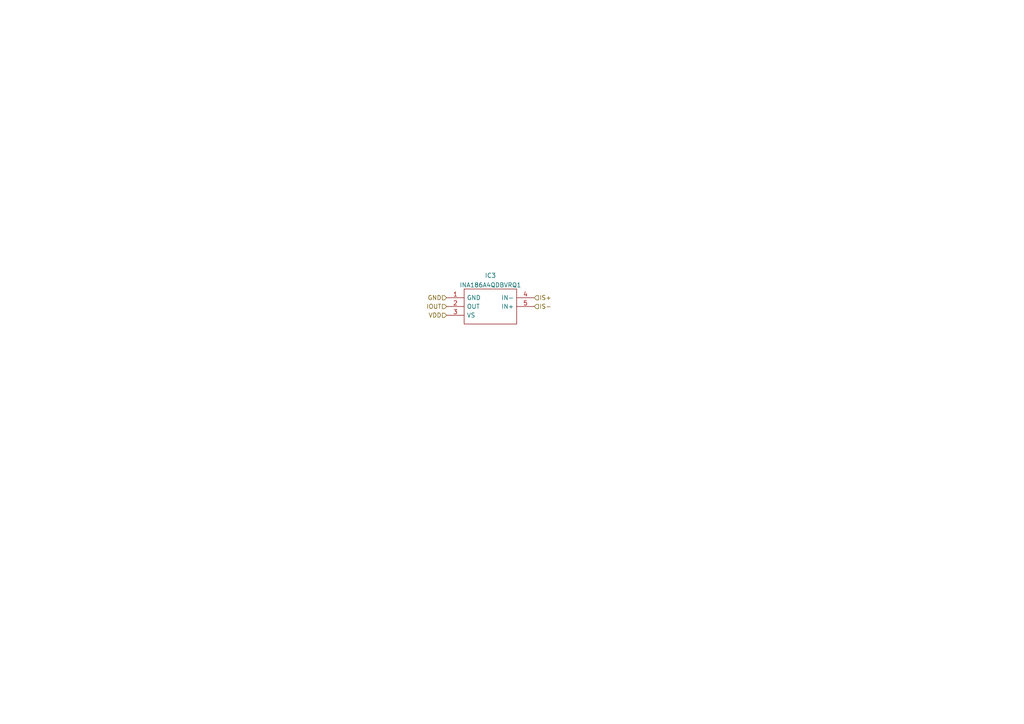
<source format=kicad_sch>
(kicad_sch (version 20211123) (generator eeschema)
  (paper "A4")
  (lib_symbols
    (symbol "SamacSys_Parts:INA186A4QDBVRQ1" (pin_names (offset 0.762))
      (property "Reference" "IC" (at 21.59 7.62 0))
      (property "Value" "INA186A4QDBVRQ1" (at 21.59 5.08 0))
      (symbol "INA186A4QDBVRQ1_0_0"
        (pin passive line (at 0 0 0) (length 5.08) (name "GND") (number "1"))
        (pin passive line (at 0 -2.54 0) (length 5.08) (name "OUT") (number "2"))
        (pin passive line (at 0 -5.08 0) (length 5.08) (name "VS") (number "3"))
        (pin passive line (at 25.4 0 180) (length 5.08) (name "IN-") (number "4"))
        (pin passive line (at 25.4 -2.54 180) (length 5.08) (name "IN+") (number "5"))
      )
      (symbol "INA186A4QDBVRQ1_0_1"
        (polyline (pts (xy 5.08 2.54) (xy 20.32 2.54) (xy 20.32 -7.62) (xy 5.08 -7.62) (xy 5.08 2.54)) (stroke (width 0.1524)))
      )
    )
  )
  (hierarchical_label "IS+" (shape input) (at 154.94 86.36 0))
  (hierarchical_label "IS-" (shape input) (at 154.94 88.9 0))
  (hierarchical_label "IOUT" (shape input) (at 129.54 88.9 180))
  (hierarchical_label "VDD" (shape input) (at 129.54 91.44 180))
  (hierarchical_label "GND" (shape input) (at 129.54 86.36 180))
  (symbol (lib_id "SamacSys_Parts:INA186A4QDBVRQ1") (at 129.54 86.36 0)
    (property "Reference" "IC3" (at 142.24 79.9043 0))
    (property "Value" "INA186A4QDBVRQ1" (at 142.24 82.6794 0))
    (property "Footprint" "SOT95P280X145-5N" (effects hide))
    (property "Datasheet" "https://www.arrow.com/en/products/ina186a4qdbvrq1/texas-instruments" (effects hide))
    (property "Description" "Current Sense Amplifiers AEC-Q100, 40V, bi-directional, high-precision current sense amplifier w/ picoamp IB & ENABLE 5-SOT-23 -40 to 125" (effects hide))
    (property "Height" "1.45" (effects hide))
    (property "Mouser Part Number" "595-INA186A4QDBVRQ1" (effects hide))
    (property "Mouser Price/Stock" "https://www.mouser.co.uk/ProductDetail/Texas-Instruments/INA186A4QDBVRQ1?qs=vmHwEFxEFR%252BUYTUyRwFc1A%3D%3D" (effects hide))
    (property "Manufacturer_Name" "Texas Instruments" (effects hide))
    (property "Manufacturer_Part_Number" "INA186A4QDBVRQ1" (effects hide))
  )
)
</source>
